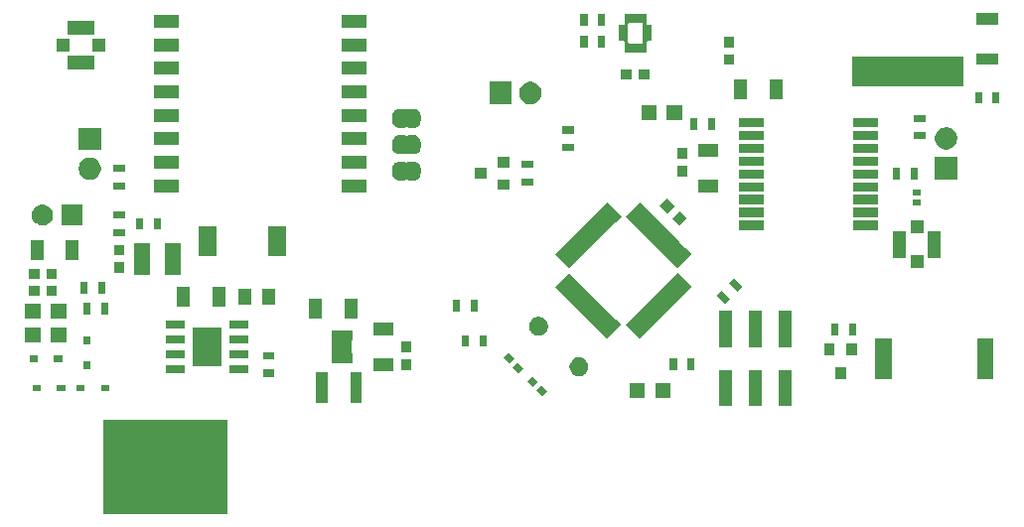
<source format=gts>
G04 #@! TF.GenerationSoftware,KiCad,Pcbnew,(5.0.1-3-g963ef8bb5)*
G04 #@! TF.CreationDate,2020-05-04T17:29:04+02:00*
G04 #@! TF.ProjectId,trackix,747261636B69782E6B696361645F7063,rev?*
G04 #@! TF.SameCoordinates,Original*
G04 #@! TF.FileFunction,Soldermask,Top*
G04 #@! TF.FilePolarity,Negative*
%FSLAX46Y46*%
G04 Gerber Fmt 4.6, Leading zero omitted, Abs format (unit mm)*
G04 Created by KiCad (PCBNEW (5.0.1-3-g963ef8bb5)) date 2020 May 04, Monday 17:29:04*
%MOMM*%
%LPD*%
G01*
G04 APERTURE LIST*
%ADD10C,0.100000*%
G04 APERTURE END LIST*
D10*
G36*
X79750000Y-79000000D02*
X69125000Y-79000000D01*
X69125000Y-71000000D01*
X79750000Y-71000000D01*
X79750000Y-79000000D01*
X79750000Y-79000000D01*
G37*
G36*
X125301000Y-69821000D02*
X124199000Y-69821000D01*
X124199000Y-66719000D01*
X125301000Y-66719000D01*
X125301000Y-69821000D01*
X125301000Y-69821000D01*
G37*
G36*
X122761000Y-69821000D02*
X121659000Y-69821000D01*
X121659000Y-66719000D01*
X122761000Y-66719000D01*
X122761000Y-69821000D01*
X122761000Y-69821000D01*
G37*
G36*
X127841000Y-69821000D02*
X126739000Y-69821000D01*
X126739000Y-66719000D01*
X127841000Y-66719000D01*
X127841000Y-69821000D01*
X127841000Y-69821000D01*
G37*
G36*
X91201000Y-69551000D02*
X90199000Y-69551000D01*
X90199000Y-66949000D01*
X91201000Y-66949000D01*
X91201000Y-69551000D01*
X91201000Y-69551000D01*
G37*
G36*
X88301000Y-69551000D02*
X87299000Y-69551000D01*
X87299000Y-66949000D01*
X88301000Y-66949000D01*
X88301000Y-69551000D01*
X88301000Y-69551000D01*
G37*
G36*
X117501000Y-69151000D02*
X116199000Y-69151000D01*
X116199000Y-67849000D01*
X117501000Y-67849000D01*
X117501000Y-69151000D01*
X117501000Y-69151000D01*
G37*
G36*
X115301000Y-69151000D02*
X113999000Y-69151000D01*
X113999000Y-67849000D01*
X115301000Y-67849000D01*
X115301000Y-69151000D01*
X115301000Y-69151000D01*
G37*
G36*
X106961034Y-68535355D02*
X106535355Y-68961034D01*
X106038966Y-68464645D01*
X106464645Y-68038966D01*
X106961034Y-68535355D01*
X106961034Y-68535355D01*
G37*
G36*
X69651000Y-68526000D02*
X68949000Y-68526000D01*
X68949000Y-67974000D01*
X69651000Y-67974000D01*
X69651000Y-68526000D01*
X69651000Y-68526000D01*
G37*
G36*
X67551000Y-68526000D02*
X66849000Y-68526000D01*
X66849000Y-67974000D01*
X67551000Y-67974000D01*
X67551000Y-68526000D01*
X67551000Y-68526000D01*
G37*
G36*
X65901000Y-68526000D02*
X65199000Y-68526000D01*
X65199000Y-67974000D01*
X65901000Y-67974000D01*
X65901000Y-68526000D01*
X65901000Y-68526000D01*
G37*
G36*
X63801000Y-68526000D02*
X63099000Y-68526000D01*
X63099000Y-67974000D01*
X63801000Y-67974000D01*
X63801000Y-68526000D01*
X63801000Y-68526000D01*
G37*
G36*
X106183216Y-67757537D02*
X105757537Y-68183216D01*
X105261148Y-67686827D01*
X105686827Y-67261148D01*
X106183216Y-67757537D01*
X106183216Y-67757537D01*
G37*
G36*
X132451000Y-67501000D02*
X131549000Y-67501000D01*
X131549000Y-66499000D01*
X132451000Y-66499000D01*
X132451000Y-67501000D01*
X132451000Y-67501000D01*
G37*
G36*
X145051000Y-67501000D02*
X143649000Y-67501000D01*
X143649000Y-63999000D01*
X145051000Y-63999000D01*
X145051000Y-67501000D01*
X145051000Y-67501000D01*
G37*
G36*
X136351000Y-67501000D02*
X134949000Y-67501000D01*
X134949000Y-63999000D01*
X136351000Y-63999000D01*
X136351000Y-67501000D01*
X136351000Y-67501000D01*
G37*
G36*
X83751000Y-67301000D02*
X82749000Y-67301000D01*
X82749000Y-66699000D01*
X83751000Y-66699000D01*
X83751000Y-67301000D01*
X83751000Y-67301000D01*
G37*
G36*
X109934324Y-65680462D02*
X110080096Y-65740843D01*
X110211292Y-65828505D01*
X110322857Y-65940070D01*
X110410519Y-66071266D01*
X110470900Y-66217038D01*
X110501681Y-66371788D01*
X110501681Y-66529574D01*
X110470900Y-66684324D01*
X110410519Y-66830096D01*
X110322857Y-66961292D01*
X110211292Y-67072857D01*
X110080096Y-67160519D01*
X109934324Y-67220900D01*
X109779574Y-67251681D01*
X109621788Y-67251681D01*
X109467038Y-67220900D01*
X109321266Y-67160519D01*
X109190070Y-67072857D01*
X109078505Y-66961292D01*
X108990843Y-66830096D01*
X108930462Y-66684324D01*
X108899681Y-66529574D01*
X108899681Y-66371788D01*
X108930462Y-66217038D01*
X108990843Y-66071266D01*
X109078505Y-65940070D01*
X109190070Y-65828505D01*
X109321266Y-65740843D01*
X109467038Y-65680462D01*
X109621788Y-65649681D01*
X109779574Y-65649681D01*
X109934324Y-65680462D01*
X109934324Y-65680462D01*
G37*
G36*
X81526000Y-67006000D02*
X79874000Y-67006000D01*
X79874000Y-66304000D01*
X81526000Y-66304000D01*
X81526000Y-67006000D01*
X81526000Y-67006000D01*
G37*
G36*
X76126000Y-67006000D02*
X74474000Y-67006000D01*
X74474000Y-66304000D01*
X76126000Y-66304000D01*
X76126000Y-67006000D01*
X76126000Y-67006000D01*
G37*
G36*
X104961034Y-66535355D02*
X104535355Y-66961034D01*
X104038966Y-66464645D01*
X104464645Y-66038966D01*
X104961034Y-66535355D01*
X104961034Y-66535355D01*
G37*
G36*
X93851000Y-66801000D02*
X92149000Y-66801000D01*
X92149000Y-65699000D01*
X93851000Y-65699000D01*
X93851000Y-66801000D01*
X93851000Y-66801000D01*
G37*
G36*
X119551000Y-66751000D02*
X118949000Y-66751000D01*
X118949000Y-65749000D01*
X119551000Y-65749000D01*
X119551000Y-66751000D01*
X119551000Y-66751000D01*
G37*
G36*
X118051000Y-66751000D02*
X117449000Y-66751000D01*
X117449000Y-65749000D01*
X118051000Y-65749000D01*
X118051000Y-66751000D01*
X118051000Y-66751000D01*
G37*
G36*
X95426000Y-66701000D02*
X94574000Y-66701000D01*
X94574000Y-65799000D01*
X95426000Y-65799000D01*
X95426000Y-66701000D01*
X95426000Y-66701000D01*
G37*
G36*
X68026000Y-66676000D02*
X67474000Y-66676000D01*
X67474000Y-65974000D01*
X68026000Y-65974000D01*
X68026000Y-66676000D01*
X68026000Y-66676000D01*
G37*
G36*
X79251000Y-66401000D02*
X76749000Y-66401000D01*
X76749000Y-63099000D01*
X79251000Y-63099000D01*
X79251000Y-66401000D01*
X79251000Y-66401000D01*
G37*
G36*
X104183216Y-65757537D02*
X103757537Y-66183216D01*
X103261148Y-65686827D01*
X103686827Y-65261148D01*
X104183216Y-65757537D01*
X104183216Y-65757537D01*
G37*
G36*
X90361000Y-64177258D02*
X90360515Y-64178165D01*
X90353402Y-64201614D01*
X90351000Y-64226000D01*
X90351000Y-65274000D01*
X90353402Y-65298386D01*
X90360515Y-65321835D01*
X90361000Y-65322742D01*
X90361000Y-66161000D01*
X88639000Y-66161000D01*
X88639000Y-65322742D01*
X88639485Y-65321835D01*
X88646598Y-65298386D01*
X88649000Y-65274000D01*
X88649000Y-64226000D01*
X88646598Y-64201614D01*
X88639485Y-64178165D01*
X88639000Y-64177258D01*
X88639000Y-63339000D01*
X90361000Y-63339000D01*
X90361000Y-64177258D01*
X90361000Y-64177258D01*
G37*
G36*
X63551000Y-66026000D02*
X62849000Y-66026000D01*
X62849000Y-65474000D01*
X63551000Y-65474000D01*
X63551000Y-66026000D01*
X63551000Y-66026000D01*
G37*
G36*
X65651000Y-66026000D02*
X64949000Y-66026000D01*
X64949000Y-65474000D01*
X65651000Y-65474000D01*
X65651000Y-66026000D01*
X65651000Y-66026000D01*
G37*
G36*
X83751000Y-65801000D02*
X82749000Y-65801000D01*
X82749000Y-65199000D01*
X83751000Y-65199000D01*
X83751000Y-65801000D01*
X83751000Y-65801000D01*
G37*
G36*
X81526000Y-65736000D02*
X79874000Y-65736000D01*
X79874000Y-65034000D01*
X81526000Y-65034000D01*
X81526000Y-65736000D01*
X81526000Y-65736000D01*
G37*
G36*
X76126000Y-65736000D02*
X74474000Y-65736000D01*
X74474000Y-65034000D01*
X76126000Y-65034000D01*
X76126000Y-65736000D01*
X76126000Y-65736000D01*
G37*
G36*
X133401000Y-65501000D02*
X132499000Y-65501000D01*
X132499000Y-64499000D01*
X133401000Y-64499000D01*
X133401000Y-65501000D01*
X133401000Y-65501000D01*
G37*
G36*
X131501000Y-65501000D02*
X130599000Y-65501000D01*
X130599000Y-64499000D01*
X131501000Y-64499000D01*
X131501000Y-65501000D01*
X131501000Y-65501000D01*
G37*
G36*
X95426000Y-65201000D02*
X94574000Y-65201000D01*
X94574000Y-64299000D01*
X95426000Y-64299000D01*
X95426000Y-65201000D01*
X95426000Y-65201000D01*
G37*
G36*
X125301000Y-64781000D02*
X124199000Y-64781000D01*
X124199000Y-61679000D01*
X125301000Y-61679000D01*
X125301000Y-64781000D01*
X125301000Y-64781000D01*
G37*
G36*
X127841000Y-64781000D02*
X126739000Y-64781000D01*
X126739000Y-61679000D01*
X127841000Y-61679000D01*
X127841000Y-64781000D01*
X127841000Y-64781000D01*
G37*
G36*
X122761000Y-64781000D02*
X121659000Y-64781000D01*
X121659000Y-61679000D01*
X122761000Y-61679000D01*
X122761000Y-64781000D01*
X122761000Y-64781000D01*
G37*
G36*
X101801000Y-64751000D02*
X101199000Y-64751000D01*
X101199000Y-63749000D01*
X101801000Y-63749000D01*
X101801000Y-64751000D01*
X101801000Y-64751000D01*
G37*
G36*
X100301000Y-64751000D02*
X99699000Y-64751000D01*
X99699000Y-63749000D01*
X100301000Y-63749000D01*
X100301000Y-64751000D01*
X100301000Y-64751000D01*
G37*
G36*
X68026000Y-64576000D02*
X67474000Y-64576000D01*
X67474000Y-63874000D01*
X68026000Y-63874000D01*
X68026000Y-64576000D01*
X68026000Y-64576000D01*
G37*
G36*
X81526000Y-64466000D02*
X79874000Y-64466000D01*
X79874000Y-63764000D01*
X81526000Y-63764000D01*
X81526000Y-64466000D01*
X81526000Y-64466000D01*
G37*
G36*
X76126000Y-64466000D02*
X74474000Y-64466000D01*
X74474000Y-63764000D01*
X76126000Y-63764000D01*
X76126000Y-64466000D01*
X76126000Y-64466000D01*
G37*
G36*
X65977464Y-64378980D02*
X64675464Y-64378980D01*
X64675464Y-63076980D01*
X65977464Y-63076980D01*
X65977464Y-64378980D01*
X65977464Y-64378980D01*
G37*
G36*
X63777464Y-64378980D02*
X62475464Y-64378980D01*
X62475464Y-63076980D01*
X63777464Y-63076980D01*
X63777464Y-64378980D01*
X63777464Y-64378980D01*
G37*
G36*
X119317368Y-59646536D02*
X114896536Y-64067368D01*
X113693040Y-62863872D01*
X114154074Y-62402838D01*
X114170338Y-62386575D01*
X114170347Y-62386564D01*
X114808137Y-61748774D01*
X114808148Y-61748765D01*
X114824411Y-61732501D01*
X116982501Y-59574411D01*
X116998765Y-59558148D01*
X116998774Y-59558137D01*
X117636564Y-58920347D01*
X117636575Y-58920338D01*
X117652838Y-58904074D01*
X118113872Y-58443040D01*
X119317368Y-59646536D01*
X119317368Y-59646536D01*
G37*
G36*
X109363426Y-58920338D02*
X109363432Y-58920343D01*
X110001231Y-59558142D01*
X110001236Y-59558148D01*
X112191853Y-61748765D01*
X112191859Y-61748770D01*
X112829658Y-62386569D01*
X112829663Y-62386575D01*
X113306960Y-62863872D01*
X112103464Y-64067368D01*
X111554048Y-63517952D01*
X111554043Y-63517946D01*
X111060482Y-63024385D01*
X111060476Y-63024380D01*
X108725621Y-60689525D01*
X108725616Y-60689519D01*
X108232055Y-60195958D01*
X108232049Y-60195953D01*
X107682632Y-59646536D01*
X108886128Y-58443040D01*
X109363426Y-58920338D01*
X109363426Y-58920338D01*
G37*
G36*
X106483643Y-62229781D02*
X106629415Y-62290162D01*
X106760611Y-62377824D01*
X106872176Y-62489389D01*
X106959838Y-62620585D01*
X107020219Y-62766357D01*
X107051000Y-62921107D01*
X107051000Y-63078893D01*
X107020219Y-63233643D01*
X106959838Y-63379415D01*
X106872176Y-63510611D01*
X106760611Y-63622176D01*
X106629415Y-63709838D01*
X106483643Y-63770219D01*
X106328893Y-63801000D01*
X106171107Y-63801000D01*
X106016357Y-63770219D01*
X105870585Y-63709838D01*
X105739389Y-63622176D01*
X105627824Y-63510611D01*
X105540162Y-63379415D01*
X105479781Y-63233643D01*
X105449000Y-63078893D01*
X105449000Y-62921107D01*
X105479781Y-62766357D01*
X105540162Y-62620585D01*
X105627824Y-62489389D01*
X105739389Y-62377824D01*
X105870585Y-62290162D01*
X106016357Y-62229781D01*
X106171107Y-62199000D01*
X106328893Y-62199000D01*
X106483643Y-62229781D01*
X106483643Y-62229781D01*
G37*
G36*
X93851000Y-63801000D02*
X92149000Y-63801000D01*
X92149000Y-62699000D01*
X93851000Y-62699000D01*
X93851000Y-63801000D01*
X93851000Y-63801000D01*
G37*
G36*
X131801000Y-63751000D02*
X131199000Y-63751000D01*
X131199000Y-62749000D01*
X131801000Y-62749000D01*
X131801000Y-63751000D01*
X131801000Y-63751000D01*
G37*
G36*
X133301000Y-63751000D02*
X132699000Y-63751000D01*
X132699000Y-62749000D01*
X133301000Y-62749000D01*
X133301000Y-63751000D01*
X133301000Y-63751000D01*
G37*
G36*
X76126000Y-63196000D02*
X74474000Y-63196000D01*
X74474000Y-62494000D01*
X76126000Y-62494000D01*
X76126000Y-63196000D01*
X76126000Y-63196000D01*
G37*
G36*
X81526000Y-63196000D02*
X79874000Y-63196000D01*
X79874000Y-62494000D01*
X81526000Y-62494000D01*
X81526000Y-63196000D01*
X81526000Y-63196000D01*
G37*
G36*
X65977464Y-62378980D02*
X64675464Y-62378980D01*
X64675464Y-61076980D01*
X65977464Y-61076980D01*
X65977464Y-62378980D01*
X65977464Y-62378980D01*
G37*
G36*
X63777464Y-62378980D02*
X62475464Y-62378980D01*
X62475464Y-61076980D01*
X63777464Y-61076980D01*
X63777464Y-62378980D01*
X63777464Y-62378980D01*
G37*
G36*
X90801000Y-62351000D02*
X89699000Y-62351000D01*
X89699000Y-60649000D01*
X90801000Y-60649000D01*
X90801000Y-62351000D01*
X90801000Y-62351000D01*
G37*
G36*
X87801000Y-62351000D02*
X86699000Y-62351000D01*
X86699000Y-60649000D01*
X87801000Y-60649000D01*
X87801000Y-62351000D01*
X87801000Y-62351000D01*
G37*
G36*
X69551000Y-62001000D02*
X68949000Y-62001000D01*
X68949000Y-60999000D01*
X69551000Y-60999000D01*
X69551000Y-62001000D01*
X69551000Y-62001000D01*
G37*
G36*
X68051000Y-62001000D02*
X67449000Y-62001000D01*
X67449000Y-60999000D01*
X68051000Y-60999000D01*
X68051000Y-62001000D01*
X68051000Y-62001000D01*
G37*
G36*
X101051000Y-61751000D02*
X100449000Y-61751000D01*
X100449000Y-60749000D01*
X101051000Y-60749000D01*
X101051000Y-61751000D01*
X101051000Y-61751000D01*
G37*
G36*
X99551000Y-61751000D02*
X98949000Y-61751000D01*
X98949000Y-60749000D01*
X99551000Y-60749000D01*
X99551000Y-61751000D01*
X99551000Y-61751000D01*
G37*
G36*
X76551000Y-61351000D02*
X75449000Y-61351000D01*
X75449000Y-59649000D01*
X76551000Y-59649000D01*
X76551000Y-61351000D01*
X76551000Y-61351000D01*
G37*
G36*
X79551000Y-61351000D02*
X78449000Y-61351000D01*
X78449000Y-59649000D01*
X79551000Y-59649000D01*
X79551000Y-61351000D01*
X79551000Y-61351000D01*
G37*
G36*
X83801000Y-61176000D02*
X82699000Y-61176000D01*
X82699000Y-59824000D01*
X83801000Y-59824000D01*
X83801000Y-61176000D01*
X83801000Y-61176000D01*
G37*
G36*
X81801000Y-61176000D02*
X80699000Y-61176000D01*
X80699000Y-59824000D01*
X81801000Y-59824000D01*
X81801000Y-61176000D01*
X81801000Y-61176000D01*
G37*
G36*
X122536770Y-60671751D02*
X122111091Y-61097430D01*
X121402570Y-60388909D01*
X121828249Y-59963230D01*
X122536770Y-60671751D01*
X122536770Y-60671751D01*
G37*
G36*
X63701000Y-60426000D02*
X62799000Y-60426000D01*
X62799000Y-59574000D01*
X63701000Y-59574000D01*
X63701000Y-60426000D01*
X63701000Y-60426000D01*
G37*
G36*
X65201000Y-60426000D02*
X64299000Y-60426000D01*
X64299000Y-59574000D01*
X65201000Y-59574000D01*
X65201000Y-60426000D01*
X65201000Y-60426000D01*
G37*
G36*
X69301000Y-60251000D02*
X68699000Y-60251000D01*
X68699000Y-59249000D01*
X69301000Y-59249000D01*
X69301000Y-60251000D01*
X69301000Y-60251000D01*
G37*
G36*
X67801000Y-60251000D02*
X67199000Y-60251000D01*
X67199000Y-59249000D01*
X67801000Y-59249000D01*
X67801000Y-60251000D01*
X67801000Y-60251000D01*
G37*
G36*
X123597430Y-59611091D02*
X123171751Y-60036770D01*
X122463230Y-59328249D01*
X122888909Y-58902570D01*
X123597430Y-59611091D01*
X123597430Y-59611091D01*
G37*
G36*
X65201000Y-58926000D02*
X64299000Y-58926000D01*
X64299000Y-58074000D01*
X65201000Y-58074000D01*
X65201000Y-58926000D01*
X65201000Y-58926000D01*
G37*
G36*
X63701000Y-58926000D02*
X62799000Y-58926000D01*
X62799000Y-58074000D01*
X63701000Y-58074000D01*
X63701000Y-58926000D01*
X63701000Y-58926000D01*
G37*
G36*
X75721000Y-58576000D02*
X74399000Y-58576000D01*
X74399000Y-55924000D01*
X75721000Y-55924000D01*
X75721000Y-58576000D01*
X75721000Y-58576000D01*
G37*
G36*
X73101000Y-58576000D02*
X71779000Y-58576000D01*
X71779000Y-55924000D01*
X73101000Y-55924000D01*
X73101000Y-58576000D01*
X73101000Y-58576000D01*
G37*
G36*
X70926000Y-58451000D02*
X70074000Y-58451000D01*
X70074000Y-57549000D01*
X70926000Y-57549000D01*
X70926000Y-58451000D01*
X70926000Y-58451000D01*
G37*
G36*
X115445953Y-52982049D02*
X115445958Y-52982055D01*
X115939519Y-53475616D01*
X115939525Y-53475621D01*
X118274380Y-55810476D01*
X118274385Y-55810482D01*
X118767946Y-56304043D01*
X118767952Y-56304048D01*
X119317368Y-56853464D01*
X118113872Y-58056960D01*
X117636575Y-57579663D01*
X117636569Y-57579658D01*
X116998770Y-56941859D01*
X116998765Y-56941853D01*
X114808148Y-54751236D01*
X114808142Y-54751231D01*
X114170343Y-54113432D01*
X114170338Y-54113426D01*
X113693040Y-53636128D01*
X114896536Y-52432632D01*
X115445953Y-52982049D01*
X115445953Y-52982049D01*
G37*
G36*
X113306960Y-53636128D02*
X112829663Y-54113426D01*
X112191853Y-54751236D01*
X111626167Y-55316921D01*
X110494796Y-56448292D01*
X110001236Y-56941853D01*
X109363426Y-57579663D01*
X108886128Y-58056960D01*
X107682632Y-56853464D01*
X108232044Y-56304052D01*
X108232055Y-56304043D01*
X108248319Y-56287780D01*
X108248318Y-56287779D01*
X108709352Y-55826745D01*
X108709353Y-55826746D01*
X108725616Y-55810482D01*
X108725625Y-55810471D01*
X111060471Y-53475625D01*
X111060482Y-53475616D01*
X111076746Y-53459353D01*
X111076745Y-53459352D01*
X111537779Y-52998318D01*
X111537780Y-52998319D01*
X111554043Y-52982055D01*
X111554052Y-52982044D01*
X112103464Y-52432632D01*
X113306960Y-53636128D01*
X113306960Y-53636128D01*
G37*
G36*
X139051000Y-58051000D02*
X137949000Y-58051000D01*
X137949000Y-56949000D01*
X139051000Y-56949000D01*
X139051000Y-58051000D01*
X139051000Y-58051000D01*
G37*
G36*
X64051000Y-57351000D02*
X62949000Y-57351000D01*
X62949000Y-55649000D01*
X64051000Y-55649000D01*
X64051000Y-57351000D01*
X64051000Y-57351000D01*
G37*
G36*
X67051000Y-57351000D02*
X65949000Y-57351000D01*
X65949000Y-55649000D01*
X67051000Y-55649000D01*
X67051000Y-57351000D01*
X67051000Y-57351000D01*
G37*
G36*
X137601000Y-57151000D02*
X136449000Y-57151000D01*
X136449000Y-54849000D01*
X137601000Y-54849000D01*
X137601000Y-57151000D01*
X137601000Y-57151000D01*
G37*
G36*
X140551000Y-57151000D02*
X139399000Y-57151000D01*
X139399000Y-54849000D01*
X140551000Y-54849000D01*
X140551000Y-57151000D01*
X140551000Y-57151000D01*
G37*
G36*
X78826000Y-57001000D02*
X77274000Y-57001000D01*
X77274000Y-54499000D01*
X78826000Y-54499000D01*
X78826000Y-57001000D01*
X78826000Y-57001000D01*
G37*
G36*
X84726000Y-57001000D02*
X83174000Y-57001000D01*
X83174000Y-54499000D01*
X84726000Y-54499000D01*
X84726000Y-57001000D01*
X84726000Y-57001000D01*
G37*
G36*
X70926000Y-56951000D02*
X70074000Y-56951000D01*
X70074000Y-56049000D01*
X70926000Y-56049000D01*
X70926000Y-56951000D01*
X70926000Y-56951000D01*
G37*
G36*
X71001000Y-55301000D02*
X69999000Y-55301000D01*
X69999000Y-54699000D01*
X71001000Y-54699000D01*
X71001000Y-55301000D01*
X71001000Y-55301000D01*
G37*
G36*
X139051000Y-55051000D02*
X137949000Y-55051000D01*
X137949000Y-53949000D01*
X139051000Y-53949000D01*
X139051000Y-55051000D01*
X139051000Y-55051000D01*
G37*
G36*
X125451000Y-54801000D02*
X123349000Y-54801000D01*
X123349000Y-53999000D01*
X125451000Y-53999000D01*
X125451000Y-54801000D01*
X125451000Y-54801000D01*
G37*
G36*
X135151000Y-54801000D02*
X133049000Y-54801000D01*
X133049000Y-53999000D01*
X135151000Y-53999000D01*
X135151000Y-54801000D01*
X135151000Y-54801000D01*
G37*
G36*
X74051000Y-54751000D02*
X73449000Y-54751000D01*
X73449000Y-53749000D01*
X74051000Y-53749000D01*
X74051000Y-54751000D01*
X74051000Y-54751000D01*
G37*
G36*
X72551000Y-54751000D02*
X71949000Y-54751000D01*
X71949000Y-53749000D01*
X72551000Y-53749000D01*
X72551000Y-54751000D01*
X72551000Y-54751000D01*
G37*
G36*
X67401000Y-54401000D02*
X65599000Y-54401000D01*
X65599000Y-52599000D01*
X67401000Y-52599000D01*
X67401000Y-54401000D01*
X67401000Y-54401000D01*
G37*
G36*
X64070443Y-52605519D02*
X64136627Y-52612037D01*
X64249853Y-52646384D01*
X64306467Y-52663557D01*
X64444518Y-52737348D01*
X64462991Y-52747222D01*
X64498729Y-52776552D01*
X64600186Y-52859814D01*
X64683448Y-52961271D01*
X64712778Y-52997009D01*
X64712779Y-52997011D01*
X64796443Y-53153533D01*
X64796443Y-53153534D01*
X64847963Y-53323373D01*
X64865359Y-53500000D01*
X64847963Y-53676627D01*
X64826009Y-53749000D01*
X64796443Y-53846467D01*
X64741637Y-53949000D01*
X64712778Y-54002991D01*
X64694685Y-54025037D01*
X64600186Y-54140186D01*
X64498729Y-54223448D01*
X64462991Y-54252778D01*
X64462989Y-54252779D01*
X64306467Y-54336443D01*
X64249853Y-54353616D01*
X64136627Y-54387963D01*
X64070443Y-54394481D01*
X64004260Y-54401000D01*
X63915740Y-54401000D01*
X63849557Y-54394481D01*
X63783373Y-54387963D01*
X63670147Y-54353616D01*
X63613533Y-54336443D01*
X63457011Y-54252779D01*
X63457009Y-54252778D01*
X63421271Y-54223448D01*
X63319814Y-54140186D01*
X63225315Y-54025037D01*
X63207222Y-54002991D01*
X63178363Y-53949000D01*
X63123557Y-53846467D01*
X63093991Y-53749000D01*
X63072037Y-53676627D01*
X63054641Y-53500000D01*
X63072037Y-53323373D01*
X63123557Y-53153534D01*
X63123557Y-53153533D01*
X63207221Y-52997011D01*
X63207222Y-52997009D01*
X63236552Y-52961271D01*
X63319814Y-52859814D01*
X63421271Y-52776552D01*
X63457009Y-52747222D01*
X63475482Y-52737348D01*
X63613533Y-52663557D01*
X63670147Y-52646384D01*
X63783373Y-52612037D01*
X63849557Y-52605519D01*
X63915740Y-52599000D01*
X64004260Y-52599000D01*
X64070443Y-52605519D01*
X64070443Y-52605519D01*
G37*
G36*
X118900463Y-53798008D02*
X118298008Y-54400463D01*
X117660197Y-53762652D01*
X118262652Y-53160197D01*
X118900463Y-53798008D01*
X118900463Y-53798008D01*
G37*
G36*
X71001000Y-53801000D02*
X69999000Y-53801000D01*
X69999000Y-53199000D01*
X71001000Y-53199000D01*
X71001000Y-53801000D01*
X71001000Y-53801000D01*
G37*
G36*
X135151000Y-53701000D02*
X133049000Y-53701000D01*
X133049000Y-52899000D01*
X135151000Y-52899000D01*
X135151000Y-53701000D01*
X135151000Y-53701000D01*
G37*
G36*
X125451000Y-53701000D02*
X123349000Y-53701000D01*
X123349000Y-52899000D01*
X125451000Y-52899000D01*
X125451000Y-53701000D01*
X125451000Y-53701000D01*
G37*
G36*
X117839803Y-52737348D02*
X117237348Y-53339803D01*
X116599537Y-52701992D01*
X117201992Y-52099537D01*
X117839803Y-52737348D01*
X117839803Y-52737348D01*
G37*
G36*
X138851000Y-52701000D02*
X138149000Y-52701000D01*
X138149000Y-52199000D01*
X138851000Y-52199000D01*
X138851000Y-52701000D01*
X138851000Y-52701000D01*
G37*
G36*
X135151000Y-52601000D02*
X133049000Y-52601000D01*
X133049000Y-51799000D01*
X135151000Y-51799000D01*
X135151000Y-52601000D01*
X135151000Y-52601000D01*
G37*
G36*
X125451000Y-52601000D02*
X123349000Y-52601000D01*
X123349000Y-51799000D01*
X125451000Y-51799000D01*
X125451000Y-52601000D01*
X125451000Y-52601000D01*
G37*
G36*
X138851000Y-51801000D02*
X138149000Y-51801000D01*
X138149000Y-51299000D01*
X138851000Y-51299000D01*
X138851000Y-51801000D01*
X138851000Y-51801000D01*
G37*
G36*
X91551000Y-51551000D02*
X89449000Y-51551000D01*
X89449000Y-50449000D01*
X91551000Y-50449000D01*
X91551000Y-51551000D01*
X91551000Y-51551000D01*
G37*
G36*
X121601000Y-51551000D02*
X119899000Y-51551000D01*
X119899000Y-50449000D01*
X121601000Y-50449000D01*
X121601000Y-51551000D01*
X121601000Y-51551000D01*
G37*
G36*
X75551000Y-51551000D02*
X73449000Y-51551000D01*
X73449000Y-50449000D01*
X75551000Y-50449000D01*
X75551000Y-51551000D01*
X75551000Y-51551000D01*
G37*
G36*
X125451000Y-51501000D02*
X123349000Y-51501000D01*
X123349000Y-50699000D01*
X125451000Y-50699000D01*
X125451000Y-51501000D01*
X125451000Y-51501000D01*
G37*
G36*
X135151000Y-51501000D02*
X133049000Y-51501000D01*
X133049000Y-50699000D01*
X135151000Y-50699000D01*
X135151000Y-51501000D01*
X135151000Y-51501000D01*
G37*
G36*
X103790926Y-51356010D02*
X102788926Y-51356010D01*
X102788926Y-50454010D01*
X103790926Y-50454010D01*
X103790926Y-51356010D01*
X103790926Y-51356010D01*
G37*
G36*
X71001000Y-51301000D02*
X69999000Y-51301000D01*
X69999000Y-50699000D01*
X71001000Y-50699000D01*
X71001000Y-51301000D01*
X71001000Y-51301000D01*
G37*
G36*
X105790926Y-51006010D02*
X104788926Y-51006010D01*
X104788926Y-50404010D01*
X105790926Y-50404010D01*
X105790926Y-51006010D01*
X105790926Y-51006010D01*
G37*
G36*
X94859999Y-48949737D02*
X94869611Y-48952653D01*
X94878469Y-48957388D01*
X94886237Y-48963763D01*
X94896446Y-48976202D01*
X94903372Y-48986568D01*
X94920698Y-49003895D01*
X94941073Y-49017510D01*
X94963711Y-49026888D01*
X94987745Y-49031669D01*
X95012249Y-49031669D01*
X95036283Y-49026889D01*
X95058922Y-49017513D01*
X95079297Y-49003899D01*
X95096624Y-48986573D01*
X95103552Y-48976204D01*
X95113763Y-48963763D01*
X95121531Y-48957388D01*
X95130389Y-48952653D01*
X95140001Y-48949737D01*
X95156140Y-48948148D01*
X95643860Y-48948148D01*
X95662198Y-48949954D01*
X95674450Y-48950556D01*
X95692869Y-48950556D01*
X95715149Y-48952750D01*
X95799236Y-48969476D01*
X95820655Y-48975974D01*
X95899871Y-49008785D01*
X95919607Y-49019335D01*
X95990897Y-49066969D01*
X96008208Y-49081176D01*
X96068824Y-49141792D01*
X96083031Y-49159103D01*
X96130665Y-49230393D01*
X96141215Y-49250129D01*
X96174026Y-49329345D01*
X96180524Y-49350764D01*
X96197250Y-49434851D01*
X96199444Y-49457131D01*
X96199444Y-49475550D01*
X96200046Y-49487802D01*
X96201852Y-49506140D01*
X96201852Y-49993861D01*
X96200046Y-50012198D01*
X96199444Y-50024450D01*
X96199444Y-50042869D01*
X96197250Y-50065149D01*
X96180524Y-50149236D01*
X96174026Y-50170655D01*
X96141215Y-50249871D01*
X96130665Y-50269607D01*
X96083031Y-50340897D01*
X96068824Y-50358208D01*
X96008208Y-50418824D01*
X95990897Y-50433031D01*
X95919607Y-50480665D01*
X95899871Y-50491215D01*
X95820655Y-50524026D01*
X95799236Y-50530524D01*
X95715149Y-50547250D01*
X95692869Y-50549444D01*
X95674450Y-50549444D01*
X95662198Y-50550046D01*
X95643861Y-50551852D01*
X95156140Y-50551852D01*
X95140001Y-50550263D01*
X95130389Y-50547347D01*
X95121531Y-50542612D01*
X95113763Y-50536237D01*
X95103554Y-50523798D01*
X95096628Y-50513432D01*
X95079302Y-50496105D01*
X95058927Y-50482490D01*
X95036289Y-50473112D01*
X95012255Y-50468331D01*
X94987751Y-50468331D01*
X94963717Y-50473111D01*
X94941078Y-50482487D01*
X94920703Y-50496101D01*
X94903376Y-50513427D01*
X94896448Y-50523796D01*
X94886237Y-50536237D01*
X94878469Y-50542612D01*
X94869611Y-50547347D01*
X94859999Y-50550263D01*
X94843860Y-50551852D01*
X94356139Y-50551852D01*
X94337802Y-50550046D01*
X94325550Y-50549444D01*
X94307131Y-50549444D01*
X94284851Y-50547250D01*
X94200764Y-50530524D01*
X94179345Y-50524026D01*
X94100129Y-50491215D01*
X94080393Y-50480665D01*
X94009103Y-50433031D01*
X93991792Y-50418824D01*
X93931176Y-50358208D01*
X93916969Y-50340897D01*
X93869335Y-50269607D01*
X93858785Y-50249871D01*
X93825974Y-50170655D01*
X93819476Y-50149236D01*
X93802750Y-50065149D01*
X93800556Y-50042869D01*
X93800556Y-50024450D01*
X93799954Y-50012198D01*
X93798148Y-49993861D01*
X93798148Y-49506140D01*
X93799954Y-49487802D01*
X93800556Y-49475550D01*
X93800556Y-49457131D01*
X93802750Y-49434851D01*
X93819476Y-49350764D01*
X93825974Y-49329345D01*
X93858785Y-49250129D01*
X93869335Y-49230393D01*
X93916969Y-49159103D01*
X93931176Y-49141792D01*
X93991792Y-49081176D01*
X94009103Y-49066969D01*
X94080393Y-49019335D01*
X94100129Y-49008785D01*
X94179345Y-48975974D01*
X94200764Y-48969476D01*
X94284851Y-48952750D01*
X94307131Y-48950556D01*
X94325550Y-48950556D01*
X94337802Y-48949954D01*
X94356140Y-48948148D01*
X94843860Y-48948148D01*
X94859999Y-48949737D01*
X94859999Y-48949737D01*
G37*
G36*
X138551000Y-50501000D02*
X137949000Y-50501000D01*
X137949000Y-49499000D01*
X138551000Y-49499000D01*
X138551000Y-50501000D01*
X138551000Y-50501000D01*
G37*
G36*
X137051000Y-50501000D02*
X136449000Y-50501000D01*
X136449000Y-49499000D01*
X137051000Y-49499000D01*
X137051000Y-50501000D01*
X137051000Y-50501000D01*
G37*
G36*
X68277396Y-48625546D02*
X68450466Y-48697234D01*
X68606230Y-48801312D01*
X68738688Y-48933770D01*
X68842766Y-49089534D01*
X68914454Y-49262604D01*
X68951000Y-49446333D01*
X68951000Y-49633667D01*
X68914454Y-49817396D01*
X68842766Y-49990466D01*
X68738688Y-50146230D01*
X68606230Y-50278688D01*
X68450466Y-50382766D01*
X68277396Y-50454454D01*
X68093667Y-50491000D01*
X67906333Y-50491000D01*
X67722604Y-50454454D01*
X67549534Y-50382766D01*
X67393770Y-50278688D01*
X67261312Y-50146230D01*
X67157234Y-49990466D01*
X67085546Y-49817396D01*
X67049000Y-49633667D01*
X67049000Y-49446333D01*
X67085546Y-49262604D01*
X67157234Y-49089534D01*
X67261312Y-48933770D01*
X67393770Y-48801312D01*
X67549534Y-48697234D01*
X67722604Y-48625546D01*
X67906333Y-48589000D01*
X68093667Y-48589000D01*
X68277396Y-48625546D01*
X68277396Y-48625546D01*
G37*
G36*
X141951000Y-50451000D02*
X140049000Y-50451000D01*
X140049000Y-48549000D01*
X141951000Y-48549000D01*
X141951000Y-50451000D01*
X141951000Y-50451000D01*
G37*
G36*
X101790926Y-50406010D02*
X100788926Y-50406010D01*
X100788926Y-49504010D01*
X101790926Y-49504010D01*
X101790926Y-50406010D01*
X101790926Y-50406010D01*
G37*
G36*
X125451000Y-50401000D02*
X123349000Y-50401000D01*
X123349000Y-49599000D01*
X125451000Y-49599000D01*
X125451000Y-50401000D01*
X125451000Y-50401000D01*
G37*
G36*
X135151000Y-50401000D02*
X133049000Y-50401000D01*
X133049000Y-49599000D01*
X135151000Y-49599000D01*
X135151000Y-50401000D01*
X135151000Y-50401000D01*
G37*
G36*
X118926000Y-50201000D02*
X118074000Y-50201000D01*
X118074000Y-49299000D01*
X118926000Y-49299000D01*
X118926000Y-50201000D01*
X118926000Y-50201000D01*
G37*
G36*
X71001000Y-49801000D02*
X69999000Y-49801000D01*
X69999000Y-49199000D01*
X71001000Y-49199000D01*
X71001000Y-49801000D01*
X71001000Y-49801000D01*
G37*
G36*
X91551000Y-49551000D02*
X89449000Y-49551000D01*
X89449000Y-48449000D01*
X91551000Y-48449000D01*
X91551000Y-49551000D01*
X91551000Y-49551000D01*
G37*
G36*
X75551000Y-49551000D02*
X73449000Y-49551000D01*
X73449000Y-48449000D01*
X75551000Y-48449000D01*
X75551000Y-49551000D01*
X75551000Y-49551000D01*
G37*
G36*
X105790926Y-49506010D02*
X104788926Y-49506010D01*
X104788926Y-48904010D01*
X105790926Y-48904010D01*
X105790926Y-49506010D01*
X105790926Y-49506010D01*
G37*
G36*
X103790926Y-49456010D02*
X102788926Y-49456010D01*
X102788926Y-48554010D01*
X103790926Y-48554010D01*
X103790926Y-49456010D01*
X103790926Y-49456010D01*
G37*
G36*
X135151000Y-49301000D02*
X133049000Y-49301000D01*
X133049000Y-48499000D01*
X135151000Y-48499000D01*
X135151000Y-49301000D01*
X135151000Y-49301000D01*
G37*
G36*
X125451000Y-49301000D02*
X123349000Y-49301000D01*
X123349000Y-48499000D01*
X125451000Y-48499000D01*
X125451000Y-49301000D01*
X125451000Y-49301000D01*
G37*
G36*
X118926000Y-48701000D02*
X118074000Y-48701000D01*
X118074000Y-47799000D01*
X118926000Y-47799000D01*
X118926000Y-48701000D01*
X118926000Y-48701000D01*
G37*
G36*
X121601000Y-48551000D02*
X119899000Y-48551000D01*
X119899000Y-47449000D01*
X121601000Y-47449000D01*
X121601000Y-48551000D01*
X121601000Y-48551000D01*
G37*
G36*
X94859999Y-46699737D02*
X94869611Y-46702653D01*
X94878469Y-46707388D01*
X94886237Y-46713763D01*
X94896446Y-46726202D01*
X94903372Y-46736568D01*
X94920698Y-46753895D01*
X94941073Y-46767510D01*
X94963711Y-46776888D01*
X94987745Y-46781669D01*
X95012249Y-46781669D01*
X95036283Y-46776889D01*
X95058922Y-46767513D01*
X95079297Y-46753899D01*
X95096624Y-46736573D01*
X95103552Y-46726204D01*
X95113763Y-46713763D01*
X95121531Y-46707388D01*
X95130389Y-46702653D01*
X95140001Y-46699737D01*
X95156140Y-46698148D01*
X95643860Y-46698148D01*
X95662198Y-46699954D01*
X95674450Y-46700556D01*
X95692869Y-46700556D01*
X95715149Y-46702750D01*
X95799236Y-46719476D01*
X95820655Y-46725974D01*
X95899871Y-46758785D01*
X95919607Y-46769335D01*
X95990897Y-46816969D01*
X96008208Y-46831176D01*
X96068824Y-46891792D01*
X96083031Y-46909103D01*
X96130665Y-46980393D01*
X96141215Y-47000129D01*
X96174026Y-47079345D01*
X96180524Y-47100764D01*
X96197250Y-47184851D01*
X96199444Y-47207131D01*
X96199444Y-47225550D01*
X96200046Y-47237802D01*
X96201852Y-47256140D01*
X96201852Y-47743861D01*
X96200046Y-47762198D01*
X96199444Y-47774450D01*
X96199444Y-47792869D01*
X96197250Y-47815149D01*
X96180524Y-47899236D01*
X96174026Y-47920655D01*
X96141215Y-47999871D01*
X96130665Y-48019607D01*
X96083031Y-48090897D01*
X96068824Y-48108208D01*
X96008208Y-48168824D01*
X95990897Y-48183031D01*
X95919607Y-48230665D01*
X95899871Y-48241215D01*
X95820655Y-48274026D01*
X95799236Y-48280524D01*
X95715149Y-48297250D01*
X95692869Y-48299444D01*
X95674450Y-48299444D01*
X95662198Y-48300046D01*
X95643861Y-48301852D01*
X95156140Y-48301852D01*
X95140001Y-48300263D01*
X95130389Y-48297347D01*
X95121531Y-48292612D01*
X95113763Y-48286237D01*
X95103554Y-48273798D01*
X95096628Y-48263432D01*
X95079302Y-48246105D01*
X95058927Y-48232490D01*
X95036289Y-48223112D01*
X95012255Y-48218331D01*
X94987751Y-48218331D01*
X94963717Y-48223111D01*
X94941078Y-48232487D01*
X94920703Y-48246101D01*
X94903376Y-48263427D01*
X94896448Y-48273796D01*
X94886237Y-48286237D01*
X94878469Y-48292612D01*
X94869611Y-48297347D01*
X94859999Y-48300263D01*
X94843860Y-48301852D01*
X94356139Y-48301852D01*
X94337802Y-48300046D01*
X94325550Y-48299444D01*
X94307131Y-48299444D01*
X94284851Y-48297250D01*
X94200764Y-48280524D01*
X94179345Y-48274026D01*
X94100129Y-48241215D01*
X94080393Y-48230665D01*
X94009103Y-48183031D01*
X93991792Y-48168824D01*
X93931176Y-48108208D01*
X93916969Y-48090897D01*
X93869335Y-48019607D01*
X93858785Y-47999871D01*
X93825974Y-47920655D01*
X93819476Y-47899236D01*
X93802750Y-47815149D01*
X93800556Y-47792869D01*
X93800556Y-47774450D01*
X93799954Y-47762198D01*
X93798148Y-47743861D01*
X93798148Y-47256140D01*
X93799954Y-47237802D01*
X93800556Y-47225550D01*
X93800556Y-47207131D01*
X93802750Y-47184851D01*
X93819476Y-47100764D01*
X93825974Y-47079345D01*
X93858785Y-47000129D01*
X93869335Y-46980393D01*
X93916969Y-46909103D01*
X93931176Y-46891792D01*
X93991792Y-46831176D01*
X94009103Y-46816969D01*
X94080393Y-46769335D01*
X94100129Y-46758785D01*
X94179345Y-46725974D01*
X94200764Y-46719476D01*
X94284851Y-46702750D01*
X94307131Y-46700556D01*
X94325550Y-46700556D01*
X94337802Y-46699954D01*
X94356140Y-46698148D01*
X94843860Y-46698148D01*
X94859999Y-46699737D01*
X94859999Y-46699737D01*
G37*
G36*
X135151000Y-48201000D02*
X133049000Y-48201000D01*
X133049000Y-47399000D01*
X135151000Y-47399000D01*
X135151000Y-48201000D01*
X135151000Y-48201000D01*
G37*
G36*
X125451000Y-48201000D02*
X123349000Y-48201000D01*
X123349000Y-47399000D01*
X125451000Y-47399000D01*
X125451000Y-48201000D01*
X125451000Y-48201000D01*
G37*
G36*
X109251000Y-48051000D02*
X108249000Y-48051000D01*
X108249000Y-47449000D01*
X109251000Y-47449000D01*
X109251000Y-48051000D01*
X109251000Y-48051000D01*
G37*
G36*
X68951000Y-47951000D02*
X67049000Y-47951000D01*
X67049000Y-46049000D01*
X68951000Y-46049000D01*
X68951000Y-47951000D01*
X68951000Y-47951000D01*
G37*
G36*
X141277396Y-46045546D02*
X141450466Y-46117234D01*
X141606230Y-46221312D01*
X141738688Y-46353770D01*
X141842766Y-46509534D01*
X141914454Y-46682604D01*
X141951000Y-46866333D01*
X141951000Y-47053667D01*
X141914454Y-47237396D01*
X141842766Y-47410466D01*
X141738688Y-47566230D01*
X141606230Y-47698688D01*
X141450466Y-47802766D01*
X141277396Y-47874454D01*
X141093667Y-47911000D01*
X140906333Y-47911000D01*
X140722604Y-47874454D01*
X140549534Y-47802766D01*
X140393770Y-47698688D01*
X140261312Y-47566230D01*
X140157234Y-47410466D01*
X140085546Y-47237396D01*
X140049000Y-47053667D01*
X140049000Y-46866333D01*
X140085546Y-46682604D01*
X140157234Y-46509534D01*
X140261312Y-46353770D01*
X140393770Y-46221312D01*
X140549534Y-46117234D01*
X140722604Y-46045546D01*
X140906333Y-46009000D01*
X141093667Y-46009000D01*
X141277396Y-46045546D01*
X141277396Y-46045546D01*
G37*
G36*
X75551000Y-47551000D02*
X73449000Y-47551000D01*
X73449000Y-46449000D01*
X75551000Y-46449000D01*
X75551000Y-47551000D01*
X75551000Y-47551000D01*
G37*
G36*
X91551000Y-47551000D02*
X89449000Y-47551000D01*
X89449000Y-46449000D01*
X91551000Y-46449000D01*
X91551000Y-47551000D01*
X91551000Y-47551000D01*
G37*
G36*
X125451000Y-47101000D02*
X123349000Y-47101000D01*
X123349000Y-46299000D01*
X125451000Y-46299000D01*
X125451000Y-47101000D01*
X125451000Y-47101000D01*
G37*
G36*
X135151000Y-47101000D02*
X133049000Y-47101000D01*
X133049000Y-46299000D01*
X135151000Y-46299000D01*
X135151000Y-47101000D01*
X135151000Y-47101000D01*
G37*
G36*
X139251000Y-47051000D02*
X138249000Y-47051000D01*
X138249000Y-46449000D01*
X139251000Y-46449000D01*
X139251000Y-47051000D01*
X139251000Y-47051000D01*
G37*
G36*
X109251000Y-46551000D02*
X108249000Y-46551000D01*
X108249000Y-45949000D01*
X109251000Y-45949000D01*
X109251000Y-46551000D01*
X109251000Y-46551000D01*
G37*
G36*
X121301000Y-46251000D02*
X120699000Y-46251000D01*
X120699000Y-45249000D01*
X121301000Y-45249000D01*
X121301000Y-46251000D01*
X121301000Y-46251000D01*
G37*
G36*
X119801000Y-46251000D02*
X119199000Y-46251000D01*
X119199000Y-45249000D01*
X119801000Y-45249000D01*
X119801000Y-46251000D01*
X119801000Y-46251000D01*
G37*
G36*
X94859999Y-44449737D02*
X94869611Y-44452653D01*
X94878469Y-44457388D01*
X94886237Y-44463763D01*
X94896446Y-44476202D01*
X94903372Y-44486568D01*
X94920698Y-44503895D01*
X94941073Y-44517510D01*
X94963711Y-44526888D01*
X94987745Y-44531669D01*
X95012249Y-44531669D01*
X95036283Y-44526889D01*
X95058922Y-44517513D01*
X95079297Y-44503899D01*
X95096624Y-44486573D01*
X95103552Y-44476204D01*
X95113763Y-44463763D01*
X95121531Y-44457388D01*
X95130389Y-44452653D01*
X95140001Y-44449737D01*
X95156140Y-44448148D01*
X95643860Y-44448148D01*
X95662198Y-44449954D01*
X95674450Y-44450556D01*
X95692869Y-44450556D01*
X95715149Y-44452750D01*
X95799236Y-44469476D01*
X95820655Y-44475974D01*
X95899871Y-44508785D01*
X95919607Y-44519335D01*
X95990897Y-44566969D01*
X96008208Y-44581176D01*
X96068824Y-44641792D01*
X96083031Y-44659103D01*
X96130665Y-44730393D01*
X96141215Y-44750129D01*
X96174026Y-44829345D01*
X96180524Y-44850764D01*
X96197250Y-44934851D01*
X96199444Y-44957131D01*
X96199444Y-44975550D01*
X96200046Y-44987802D01*
X96201852Y-45006140D01*
X96201852Y-45493861D01*
X96200046Y-45512198D01*
X96199444Y-45524450D01*
X96199444Y-45542869D01*
X96197250Y-45565149D01*
X96180524Y-45649236D01*
X96174026Y-45670655D01*
X96141215Y-45749871D01*
X96130665Y-45769607D01*
X96083031Y-45840897D01*
X96068824Y-45858208D01*
X96008208Y-45918824D01*
X95990897Y-45933031D01*
X95919607Y-45980665D01*
X95899871Y-45991215D01*
X95820655Y-46024026D01*
X95799236Y-46030524D01*
X95715149Y-46047250D01*
X95692869Y-46049444D01*
X95674450Y-46049444D01*
X95662198Y-46050046D01*
X95643861Y-46051852D01*
X95156140Y-46051852D01*
X95140001Y-46050263D01*
X95130389Y-46047347D01*
X95121531Y-46042612D01*
X95113763Y-46036237D01*
X95103554Y-46023798D01*
X95096628Y-46013432D01*
X95079302Y-45996105D01*
X95058927Y-45982490D01*
X95036289Y-45973112D01*
X95012255Y-45968331D01*
X94987751Y-45968331D01*
X94963717Y-45973111D01*
X94941078Y-45982487D01*
X94920703Y-45996101D01*
X94903376Y-46013427D01*
X94896448Y-46023796D01*
X94886237Y-46036237D01*
X94878469Y-46042612D01*
X94869611Y-46047347D01*
X94859999Y-46050263D01*
X94843860Y-46051852D01*
X94356139Y-46051852D01*
X94337802Y-46050046D01*
X94325550Y-46049444D01*
X94307131Y-46049444D01*
X94284851Y-46047250D01*
X94200764Y-46030524D01*
X94179345Y-46024026D01*
X94100129Y-45991215D01*
X94080393Y-45980665D01*
X94009103Y-45933031D01*
X93991792Y-45918824D01*
X93931176Y-45858208D01*
X93916969Y-45840897D01*
X93869335Y-45769607D01*
X93858785Y-45749871D01*
X93825974Y-45670655D01*
X93819476Y-45649236D01*
X93802750Y-45565149D01*
X93800556Y-45542869D01*
X93800556Y-45524450D01*
X93799954Y-45512198D01*
X93798148Y-45493861D01*
X93798148Y-45006140D01*
X93799954Y-44987802D01*
X93800556Y-44975550D01*
X93800556Y-44957131D01*
X93802750Y-44934851D01*
X93819476Y-44850764D01*
X93825974Y-44829345D01*
X93858785Y-44750129D01*
X93869335Y-44730393D01*
X93916969Y-44659103D01*
X93931176Y-44641792D01*
X93991792Y-44581176D01*
X94009103Y-44566969D01*
X94080393Y-44519335D01*
X94100129Y-44508785D01*
X94179345Y-44475974D01*
X94200764Y-44469476D01*
X94284851Y-44452750D01*
X94307131Y-44450556D01*
X94325550Y-44450556D01*
X94337802Y-44449954D01*
X94356140Y-44448148D01*
X94843860Y-44448148D01*
X94859999Y-44449737D01*
X94859999Y-44449737D01*
G37*
G36*
X135151000Y-46001000D02*
X133049000Y-46001000D01*
X133049000Y-45199000D01*
X135151000Y-45199000D01*
X135151000Y-46001000D01*
X135151000Y-46001000D01*
G37*
G36*
X125451000Y-46001000D02*
X123349000Y-46001000D01*
X123349000Y-45199000D01*
X125451000Y-45199000D01*
X125451000Y-46001000D01*
X125451000Y-46001000D01*
G37*
G36*
X75551000Y-45551000D02*
X73449000Y-45551000D01*
X73449000Y-44449000D01*
X75551000Y-44449000D01*
X75551000Y-45551000D01*
X75551000Y-45551000D01*
G37*
G36*
X91551000Y-45551000D02*
X89449000Y-45551000D01*
X89449000Y-44449000D01*
X91551000Y-44449000D01*
X91551000Y-45551000D01*
X91551000Y-45551000D01*
G37*
G36*
X139251000Y-45551000D02*
X138249000Y-45551000D01*
X138249000Y-44949000D01*
X139251000Y-44949000D01*
X139251000Y-45551000D01*
X139251000Y-45551000D01*
G37*
G36*
X118501000Y-45401000D02*
X117199000Y-45401000D01*
X117199000Y-44099000D01*
X118501000Y-44099000D01*
X118501000Y-45401000D01*
X118501000Y-45401000D01*
G37*
G36*
X116301000Y-45401000D02*
X114999000Y-45401000D01*
X114999000Y-44099000D01*
X116301000Y-44099000D01*
X116301000Y-45401000D01*
X116301000Y-45401000D01*
G37*
G36*
X105817396Y-42181547D02*
X105990466Y-42253235D01*
X106146230Y-42357313D01*
X106278688Y-42489771D01*
X106382766Y-42645535D01*
X106454454Y-42818605D01*
X106491000Y-43002334D01*
X106491000Y-43189668D01*
X106454454Y-43373397D01*
X106382766Y-43546467D01*
X106278688Y-43702231D01*
X106146230Y-43834689D01*
X105990466Y-43938767D01*
X105817396Y-44010455D01*
X105633667Y-44047001D01*
X105446333Y-44047001D01*
X105262604Y-44010455D01*
X105089534Y-43938767D01*
X104933770Y-43834689D01*
X104801312Y-43702231D01*
X104697234Y-43546467D01*
X104625546Y-43373397D01*
X104589000Y-43189668D01*
X104589000Y-43002334D01*
X104625546Y-42818605D01*
X104697234Y-42645535D01*
X104801312Y-42489771D01*
X104933770Y-42357313D01*
X105089534Y-42253235D01*
X105262604Y-42181547D01*
X105446333Y-42145001D01*
X105633667Y-42145001D01*
X105817396Y-42181547D01*
X105817396Y-42181547D01*
G37*
G36*
X103951000Y-44047001D02*
X102049000Y-44047001D01*
X102049000Y-42145001D01*
X103951000Y-42145001D01*
X103951000Y-44047001D01*
X103951000Y-44047001D01*
G37*
G36*
X145551000Y-44001000D02*
X144949000Y-44001000D01*
X144949000Y-42999000D01*
X145551000Y-42999000D01*
X145551000Y-44001000D01*
X145551000Y-44001000D01*
G37*
G36*
X144051000Y-44001000D02*
X143449000Y-44001000D01*
X143449000Y-42999000D01*
X144051000Y-42999000D01*
X144051000Y-44001000D01*
X144051000Y-44001000D01*
G37*
G36*
X127051000Y-43601000D02*
X125949000Y-43601000D01*
X125949000Y-41899000D01*
X127051000Y-41899000D01*
X127051000Y-43601000D01*
X127051000Y-43601000D01*
G37*
G36*
X124051000Y-43601000D02*
X122949000Y-43601000D01*
X122949000Y-41899000D01*
X124051000Y-41899000D01*
X124051000Y-43601000D01*
X124051000Y-43601000D01*
G37*
G36*
X91551000Y-43551000D02*
X89449000Y-43551000D01*
X89449000Y-42449000D01*
X91551000Y-42449000D01*
X91551000Y-43551000D01*
X91551000Y-43551000D01*
G37*
G36*
X75551000Y-43551000D02*
X73449000Y-43551000D01*
X73449000Y-42449000D01*
X75551000Y-42449000D01*
X75551000Y-43551000D01*
X75551000Y-43551000D01*
G37*
G36*
X142500000Y-42500000D02*
X133000000Y-42500000D01*
X133000000Y-40000000D01*
X142500000Y-40000000D01*
X142500000Y-42500000D01*
X142500000Y-42500000D01*
G37*
G36*
X115701000Y-41926000D02*
X114799000Y-41926000D01*
X114799000Y-41074000D01*
X115701000Y-41074000D01*
X115701000Y-41926000D01*
X115701000Y-41926000D01*
G37*
G36*
X114201000Y-41926000D02*
X113299000Y-41926000D01*
X113299000Y-41074000D01*
X114201000Y-41074000D01*
X114201000Y-41926000D01*
X114201000Y-41926000D01*
G37*
G36*
X75551000Y-41551000D02*
X73449000Y-41551000D01*
X73449000Y-40449000D01*
X75551000Y-40449000D01*
X75551000Y-41551000D01*
X75551000Y-41551000D01*
G37*
G36*
X91551000Y-41551000D02*
X89449000Y-41551000D01*
X89449000Y-40449000D01*
X91551000Y-40449000D01*
X91551000Y-41551000D01*
X91551000Y-41551000D01*
G37*
G36*
X68401000Y-41051000D02*
X66099000Y-41051000D01*
X66099000Y-39899000D01*
X68401000Y-39899000D01*
X68401000Y-41051000D01*
X68401000Y-41051000D01*
G37*
G36*
X122926000Y-40701000D02*
X122074000Y-40701000D01*
X122074000Y-39799000D01*
X122926000Y-39799000D01*
X122926000Y-40701000D01*
X122926000Y-40701000D01*
G37*
G36*
X145401000Y-40701000D02*
X143599000Y-40701000D01*
X143599000Y-39699000D01*
X145401000Y-39699000D01*
X145401000Y-40701000D01*
X145401000Y-40701000D01*
G37*
G36*
X115441302Y-37183873D02*
X115443704Y-37208259D01*
X115450817Y-37231708D01*
X115462368Y-37253319D01*
X115477914Y-37272261D01*
X115496856Y-37287807D01*
X115518467Y-37299358D01*
X115541916Y-37306471D01*
X115566302Y-37308873D01*
X115916302Y-37308873D01*
X115916302Y-38660873D01*
X115566302Y-38660873D01*
X115541916Y-38663275D01*
X115518467Y-38670388D01*
X115496856Y-38681939D01*
X115477914Y-38697485D01*
X115462368Y-38716427D01*
X115450817Y-38738038D01*
X115443704Y-38761487D01*
X115441302Y-38785873D01*
X115441302Y-39635873D01*
X113589302Y-39635873D01*
X113589302Y-38785873D01*
X113586900Y-38761487D01*
X113579787Y-38738038D01*
X113568236Y-38716427D01*
X113552690Y-38697485D01*
X113533748Y-38681939D01*
X113512137Y-38670388D01*
X113488688Y-38663275D01*
X113464302Y-38660873D01*
X113114302Y-38660873D01*
X113114302Y-37308873D01*
X113464302Y-37308873D01*
X113488688Y-37306471D01*
X113512137Y-37299358D01*
X113533748Y-37287807D01*
X113552690Y-37272261D01*
X113568236Y-37253319D01*
X113577560Y-37235873D01*
X113891302Y-37235873D01*
X113891302Y-38733873D01*
X113893704Y-38758259D01*
X113900817Y-38781708D01*
X113912368Y-38803319D01*
X113927914Y-38822261D01*
X113946856Y-38837807D01*
X113968467Y-38849358D01*
X113991916Y-38856471D01*
X114016302Y-38858873D01*
X115014302Y-38858873D01*
X115038688Y-38856471D01*
X115062137Y-38849358D01*
X115083748Y-38837807D01*
X115102690Y-38822261D01*
X115118236Y-38803319D01*
X115129787Y-38781708D01*
X115136900Y-38758259D01*
X115139302Y-38733873D01*
X115139302Y-37235873D01*
X115136900Y-37211487D01*
X115129787Y-37188038D01*
X115118236Y-37166427D01*
X115102690Y-37147485D01*
X115083748Y-37131939D01*
X115062137Y-37120388D01*
X115038688Y-37113275D01*
X115014302Y-37110873D01*
X114016302Y-37110873D01*
X113991916Y-37113275D01*
X113968467Y-37120388D01*
X113946856Y-37131939D01*
X113927914Y-37147485D01*
X113912368Y-37166427D01*
X113900817Y-37188038D01*
X113893704Y-37211487D01*
X113891302Y-37235873D01*
X113577560Y-37235873D01*
X113579787Y-37231708D01*
X113586900Y-37208259D01*
X113589302Y-37183873D01*
X113589302Y-36333873D01*
X115441302Y-36333873D01*
X115441302Y-37183873D01*
X115441302Y-37183873D01*
G37*
G36*
X69301000Y-39551000D02*
X68199000Y-39551000D01*
X68199000Y-38449000D01*
X69301000Y-38449000D01*
X69301000Y-39551000D01*
X69301000Y-39551000D01*
G37*
G36*
X66301000Y-39551000D02*
X65199000Y-39551000D01*
X65199000Y-38449000D01*
X66301000Y-38449000D01*
X66301000Y-39551000D01*
X66301000Y-39551000D01*
G37*
G36*
X75551000Y-39551000D02*
X73449000Y-39551000D01*
X73449000Y-38449000D01*
X75551000Y-38449000D01*
X75551000Y-39551000D01*
X75551000Y-39551000D01*
G37*
G36*
X91551000Y-39551000D02*
X89449000Y-39551000D01*
X89449000Y-38449000D01*
X91551000Y-38449000D01*
X91551000Y-39551000D01*
X91551000Y-39551000D01*
G37*
G36*
X111931182Y-39235873D02*
X111329182Y-39235873D01*
X111329182Y-38233873D01*
X111931182Y-38233873D01*
X111931182Y-39235873D01*
X111931182Y-39235873D01*
G37*
G36*
X110431182Y-39235873D02*
X109829182Y-39235873D01*
X109829182Y-38233873D01*
X110431182Y-38233873D01*
X110431182Y-39235873D01*
X110431182Y-39235873D01*
G37*
G36*
X122926000Y-39201000D02*
X122074000Y-39201000D01*
X122074000Y-38299000D01*
X122926000Y-38299000D01*
X122926000Y-39201000D01*
X122926000Y-39201000D01*
G37*
G36*
X68401000Y-38101000D02*
X66099000Y-38101000D01*
X66099000Y-36949000D01*
X68401000Y-36949000D01*
X68401000Y-38101000D01*
X68401000Y-38101000D01*
G37*
G36*
X75551000Y-37551000D02*
X73449000Y-37551000D01*
X73449000Y-36449000D01*
X75551000Y-36449000D01*
X75551000Y-37551000D01*
X75551000Y-37551000D01*
G37*
G36*
X91551000Y-37551000D02*
X89449000Y-37551000D01*
X89449000Y-36449000D01*
X91551000Y-36449000D01*
X91551000Y-37551000D01*
X91551000Y-37551000D01*
G37*
G36*
X111931182Y-37384606D02*
X111329182Y-37384606D01*
X111329182Y-36382606D01*
X111931182Y-36382606D01*
X111931182Y-37384606D01*
X111931182Y-37384606D01*
G37*
G36*
X110431182Y-37384606D02*
X109829182Y-37384606D01*
X109829182Y-36382606D01*
X110431182Y-36382606D01*
X110431182Y-37384606D01*
X110431182Y-37384606D01*
G37*
G36*
X145401000Y-37301000D02*
X143599000Y-37301000D01*
X143599000Y-36299000D01*
X145401000Y-36299000D01*
X145401000Y-37301000D01*
X145401000Y-37301000D01*
G37*
M02*

</source>
